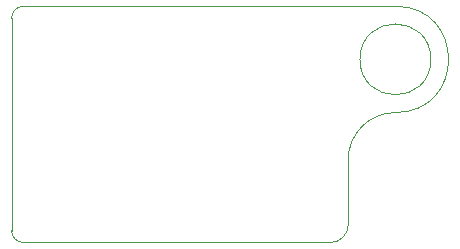
<source format=gbr>
%TF.GenerationSoftware,KiCad,Pcbnew,7.0.2-1.fc38*%
%TF.CreationDate,2023-05-30T15:06:56+02:00*%
%TF.ProjectId,marauder_mini_pcb,6d617261-7564-4657-925f-6d696e695f70,rev?*%
%TF.SameCoordinates,Original*%
%TF.FileFunction,Profile,NP*%
%FSLAX46Y46*%
G04 Gerber Fmt 4.6, Leading zero omitted, Abs format (unit mm)*
G04 Created by KiCad (PCBNEW 7.0.2-1.fc38) date 2023-05-30 15:06:56*
%MOMM*%
%LPD*%
G01*
G04 APERTURE LIST*
%TA.AperFunction,Profile*%
%ADD10C,0.100000*%
%TD*%
G04 APERTURE END LIST*
D10*
X50000000Y-69000000D02*
X50000000Y-51000000D01*
X85500000Y-54500000D02*
G75*
G03*
X85500000Y-54500000I-3000000J0D01*
G01*
X50000000Y-69000000D02*
G75*
G03*
X51000000Y-70000000I1000000J0D01*
G01*
X82500000Y-59000000D02*
G75*
G03*
X82500000Y-50000000I0J4500000D01*
G01*
X77000000Y-70000000D02*
X51000000Y-70000000D01*
X77000000Y-70000000D02*
G75*
G03*
X78500000Y-68500000I0J1500000D01*
G01*
X82500000Y-59000000D02*
G75*
G03*
X78500000Y-63000000I0J-4000000D01*
G01*
X78500000Y-68500000D02*
X78500000Y-63000000D01*
X51000000Y-50000000D02*
X82500000Y-50000000D01*
X51000000Y-50000000D02*
G75*
G03*
X50000000Y-51000000I0J-1000000D01*
G01*
M02*

</source>
